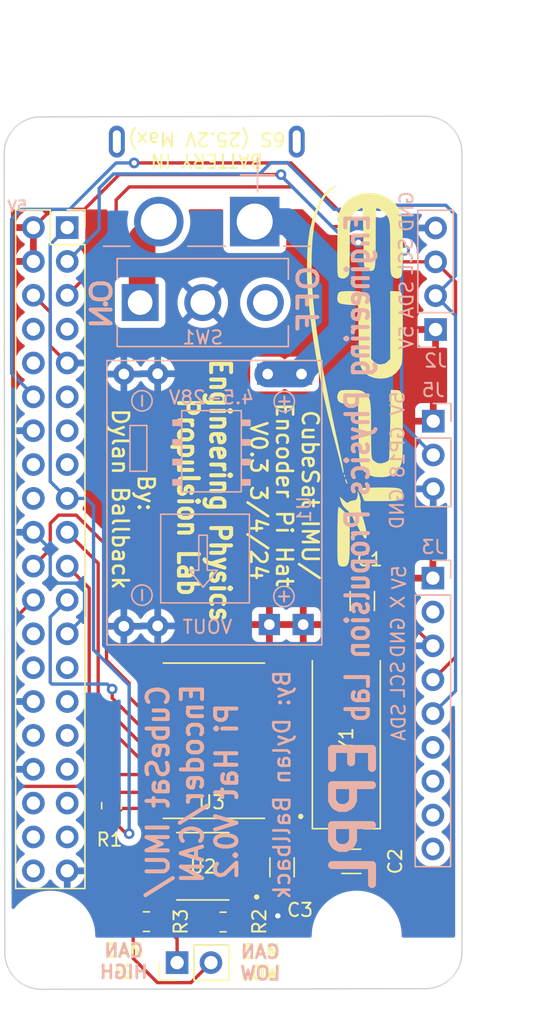
<source format=kicad_pcb>
(kicad_pcb (version 20211014) (generator pcbnew)
  (layers (0 "F.Cu" signal) (31 "B.Cu" signal) (34 "B.Paste" user) (35 "F.Paste" user) (36 "B.SilkS" user "B.Silkscreen") (37 "F.SilkS" user "F.Silkscreen") (38 "B.Mask" user) (39 "F.Mask" user) (44 "Edge.Cuts" user))
  (net 0 "")
  (net 1 "/OSC1")
  (net 2 "/SDA")
  (net 3 "/SCL")
  (net 4 "GND")
  (net 9 "/led")
  (net 13 "/OSC2")
  (net 15 "+3V3")
  (net 16 "/P_MOSI")
  (net 17 "/P_MISO")
  (net 18 "/GP25")
  (net 19 "/P_SCK")
  (net 32 "+BATT")
  (net 33 "+5V")
  (net 39 "Net-(J4-Pad2)")
  (net 41 "/P_CE0")
  (net 42 "Net-(R1-Pad2)")
  (net 43 "Net-(R2-Pad2)")
  (net 44 "Net-(J7-Pad2)")
  (net 45 "Net-(J7-Pad1)")
  (net 46 "/RX_CAN")
  (net 47 "/TX_CAN")
  (footprint "Resistor_SMD:R_0805_2012Metric_Pad1.20x1.40mm_HandSolder" (layer "F.Cu") (at 96.025 122.425)
    (fp_text reference "R3" (at 2.575 0 90) (layer "F.SilkS"))
    (fp_text value "120R")
    (pad "1" smd roundrect (at -1 0) (size 1.2 1.4) (layers "F.Cu" "F.Paste" "F.Mask") (roundrect_rratio 0.2083333333) (net 44 "Net-(J7-Pad2)"))
    (pad "2" smd roundrect (at 1 0) (size 1.2 1.4) (layers "F.Cu" "F.Paste" "F.Mask") (roundrect_rratio 0.2083333333) (net 45 "Net-(J7-Pad1)"))
  )
  (footprint "dylan:eppl_logo2" (layer "F.Cu") (at 111.7 81.725 -90)
    (fp_text reference "G***" hide)
    (fp_text value "LOGO" hide)
  )
  (footprint "dylan:SOIC127P599X175-8N" (layer "F.Cu") (at 100.255 118.27 180)
    (fp_text reference "U2" (at -0.02 -0.03) (layer "F.SilkS"))
    (fp_text value "SN65HVD230DR")
    (pad "1" smd roundrect locked (at -2.47 -1.905 180) (size 1.97 0.6) (layers "F.Cu" "F.Paste" "F.Mask") (roundrect_rratio 0.07) (net 46 "/RX_CAN"))
    (pad "2" smd roundrect locked (at -2.47 -0.635 180) (size 1.97 0.6) (layers "F.Cu" "F.Paste" "F.Mask") (roundrect_rratio 0.07) (net 4 "GND"))
    (pad "3" smd roundrect locked (at -2.47 0.635 180) (size 1.97 0.6) (layers "F.Cu" "F.Paste" "F.Mask") (roundrect_rratio 0.07) (net 15 "+3V3"))
    (pad "4" smd roundrect locked (at -2.47 1.905 180) (size 1.97 0.6) (layers "F.Cu" "F.Paste" "F.Mask") (roundrect_rratio 0.07) (net 47 "/TX_CAN"))
    (pad "5" smd roundrect locked (at 2.47 1.905 180) (size 1.97 0.6) (layers "F.Cu" "F.Paste" "F.Mask") (roundrect_rratio 0.07))
    (pad "6" smd roundrect locked (at 2.47 0.635 180) (size 1.97 0.6) (layers "F.Cu" "F.Paste" "F.Mask") (roundrect_rratio 0.07) (net 44 "Net-(J7-Pad2)"))
    (pad "7" smd roundrect locked (at 2.47 -0.635 180) (size 1.97 0.6) (layers "F.Cu" "F.Paste" "F.Mask") (roundrect_rratio 0.07) (net 45 "Net-(J7-Pad1)"))
    (pad "8" smd roundrect locked (at 2.47 -1.905 180) (size 1.97 0.6) (layers "F.Cu" "F.Paste" "F.Mask") (roundrect_rratio 0.07) (net 43 "Net-(R2-Pad2)"))
  )
  (footprint "dylan:Crystal_SMD_HC49-US" (layer "F.Cu") (at 111.025 108.75 90)
    (fp_text reference "Y1" (at 0 0 90) (layer "F.SilkS"))
    (fp_text value "Crystal")
    (pad "1" smd rect locked (at -4.5 0 90) (size 5.6 2.1) (layers "F.Cu" "F.Paste" "F.Mask") (net 13 "/OSC2"))
    (pad "2" smd rect locked (at 4.5 0 90) (size 5.6 2.1) (layers "F.Cu" "F.Paste" "F.Mask") (net 1 "/OSC1"))
  )
  (footprint "Resistor_SMD:R_0805_2012Metric_Pad1.20x1.40mm_HandSolder" (layer "F.Cu") (at 101.775 122.45 180)
    (fp_text reference "R2" (at -2.725 0.025 90) (layer "F.SilkS"))
    (fp_text value "1K")
    (pad "1" smd roundrect (at -1 0 180) (size 1.2 1.4) (layers "F.Cu" "F.Paste" "F.Mask") (roundrect_rratio 0.2083333333) (net 4 "GND"))
    (pad "2" smd roundrect (at 1 0 180) (size 1.2 1.4) (layers "F.Cu" "F.Paste" "F.Mask") (roundrect_rratio 0.2083333333) (net 43 "Net-(R2-Pad2)"))
  )
  (footprint "Capacitor_SMD:C_1206_3216Metric_Pad1.33x1.80mm_HandSolder" (layer "F.Cu") (at 112.225 98.375 -90)
    (fp_text reference "C1" (at -3.125 -0.55) (layer "F.SilkS"))
    (fp_text value "22pF")
    (pad "1" smd roundrect (at -1.5625 0 270) (size 1.325 1.8) (layers "F.Cu" "F.Paste" "F.Mask") (roundrect_rratio 0.1886792453) (net 4 "GND"))
    (pad "2" smd roundrect (at 1.5625 0 270) (size 1.325 1.8) (layers "F.Cu" "F.Paste" "F.Mask") (roundrect_rratio 0.1886792453) (net 1 "/OSC1"))
  )
  (footprint "Connector_PinHeader_2.54mm:PinHeader_1x02_P2.54mm_Vertical" (layer "F.Cu") (at 98.325 125.5 90)
    (fp_text reference "J7" hide)
    (fp_text value "CAN Header")
    (pad "1" thru_hole rect (at 0 0 90) (size 1.7 1.7) (drill 1) (layers *.Cu *.Mask) (net 45 "Net-(J7-Pad1)"))
    (pad "2" thru_hole oval (at 0 2.54 90) (size 1.7 1.7) (drill 1) (layers *.Cu *.Mask) (net 44 "Net-(J7-Pad2)"))
  )
  (footprint "Module:Raspberry_Pi_Zero_Socketed_THT_FaceDown_MountingHoles" (layer "F.Cu") (at 90.075 70.35)
    (fp_text reference "J1" hide)
    (fp_text value "Raspberry_Pi_2_3")
    (pad "" np_thru_hole circle locked (at 21.73 53.13 90) (size 2.75 2.75) (drill 2.75) (layers F&B.Cu *.Mask) (clearance 2))
    (pad "" np_thru_hole circle locked (at -1.27 53.13 90) (size 2.75 2.75) (drill 2.75) (layers F&B.Cu *.Mask) (clearance 2))
    (pad "" np_thru_hole circle locked (at 21.73 -4.87 90) (size 2.75 2.75) (drill 2.75) (layers F&B.Cu *.Mask) (clearance 2))
    (pad "" np_thru_hole circle locked (at -1.27 -4.87 90) (size 2.75 2.75) (drill 2.75) (layers F&B.Cu *.Mask) (clearance 2))
    (pad "1" thru_hole rect locked (at 0 0) (size 1.7 1.7) (drill 1) (layers *.Cu *.Mask) (net 15 "+3V3"))
    (pad "2" thru_hole oval locked (at -2.54 0) (size 1.7 1.7) (drill 1) (layers *.Cu *.Mask) (net 33 "+5V"))
    (pad "3" thru_hole oval locked (at 0 2.54) (size 1.7 1.7) (drill 1) (layers *.Cu *.Mask) (net 2 "/SDA"))
    (pad "4" thru_hole oval locked (at -2.54 2.54) (size 1.7 1.7) (drill 1) (layers *.Cu *.Mask) (net 33 "+5V"))
    (pad "5" thru_hole oval locked (at 0 5.08) (size 1.7 1.7) (drill 1) (layers *.Cu *.Mask) (net 3 "/SCL"))
    (pad "6" thru_hole oval locked (at -2.54 5.08) (size 1.7 1.7) (drill 1) (layers *.Cu *.Mask) (net 4 "GND"))
    (pad "7" thru_hole oval locked (at 0 7.62) (size 1.7 1.7) (drill 1) (layers *.Cu *.Mask))
    (pad "8" thru_hole oval locked (at -2.54 7.62) (size 1.7 1.7) (drill 1) (layers *.Cu *.Mask))
    (pad "9" thru_hole oval locked (at 0 10.16) (size 1.7 1.7) (drill 1) (layers *.Cu *.Mask) (net 4 "GND"))
    (pad "10" thru_hole oval locked (at -2.54 10.16) (size 1.7 1.7) (drill 1) (layers *.Cu *.Mask))
    (pad "11" thru_hole oval locked (at 0 12.7) (size 1.7 1.7) (drill 1) (layers *.Cu *.Mask))
    (pad "12" thru_hole oval locked (at -2.54 12.7) (size 1.7 1.7) (drill 1) (layers *.Cu *.Mask) (net 9 "/led"))
    (pad "13" thru_hole oval locked (at 0 15.24) (size 1.7 1.7) (drill 1) (layers *.Cu *.Mask))
    (pad "14" thru_hole oval locked (at -2.54 15.24) (size 1.7 1.7) (drill 1) (layers *.Cu *.Mask) (net 4 "GND"))
    (pad "15" thru_hole oval locked (at 0 17.78) (size 1.7 1.7) (drill 1) (layers *.Cu *.Mask))
    (pad "16" thru_hole oval locked (at -2.54 17.78) (size 1.7 1.7) (drill 1) (layers *.Cu *.Mask))
    (pad "17" thru_hole oval locked (at 0 20.32) (size 1.7 1.7) (drill 1) (layers *.Cu *.Mask) (net 15 "+3V3"))
    (pad "18" thru_hole oval locked (at -2.54 20.32) (size 1.7 1.7) (drill 1) (layers *.Cu *.Mask))
    (pad "19" thru_hole oval locked (at 0 22.86) (size 1.7 1.7) (drill 1) (layers *.Cu *.Mask) (net 16 "/P_MOSI"))
    (pad "20" thru_hole oval locked (at -2.54 22.86) (size 1.7 1.7) (drill 1) (layers *.Cu *.Mask) (net 4 "GND"))
    (pad "21" thru_hole oval locked (at 0 25.4) (size 1.7 1.7) (drill 1) (layers *.Cu *.Mask) (net 17 "/P_MISO"))
    (pad "22" thru_hole oval locked (at -2.54 25.4) (size 1.7 1.7) (drill 1) (layers *.Cu *.Mask) (net 18 "/GP25"))
    (pad "23" thru_hole oval locked (at 0 27.94) (size 1.7 1.7) (drill 1) (layers *.Cu *.Mask) (net 19 "/P_SCK"))
    (pad "24" thru_hole oval locked (at -2.54 27.94) (size 1.7 1.7) (drill 1) (layers *.Cu *.Mask) (net 41 "/P_CE0"))
    (pad "25" thru_hole oval locked (at 0 30.48) (size 1.7 1.7) (drill 1) (layers *.Cu *.Mask) (net 4 "GND"))
    (pad "26" thru_hole oval locked (at -2.54 30.48) (size 1.7 1.7) (drill 1) (layers *.Cu *.Mask))
    (pad "27" thru_hole oval locked (at 0 33.02) (size 1.7 1.7) (drill 1) (layers *.Cu *.Mask))
    (pad "28" thru_hole oval locked (at -2.54 33.02) (size 1.7 1.7) (drill 1) (layers *.Cu *.Mask))
    (pad "29" thru_hole oval locked (at 0 35.56) (size 1.7 1.7) (drill 1) (layers *.Cu *.Mask))
    (pad "30" thru_hole oval locked (at -2.54 35.56) (size 1.7 1.7) (drill 1) (layers *.Cu *.Mask) (net 4 "GND"))
    (pad "31" thru_hole oval locked (at 0 38.1) (size 1.7 1.7) (drill 1) (layers *.Cu *.Mask))
    (pad "32" thru_hole oval locked (at -2.54 38.1) (size 1.7 1.7) (drill 1) (layers *.Cu *.Mask))
    (pad "33" thru_hole oval locked (at 0 40.64) (size 1.7 1.7) (drill 1) (layers *.Cu *.Mask))
    (pad "34" thru_hole oval locked (at -2.54 40.64) (size 1.7 1.7) (drill 1) (layers *.Cu *.Mask) (net 4 "GND"))
    (pad "35" thru_hole oval locked (at 0 43.18) (size 1.7 1.7) (drill 1) (layers *.Cu *.Mask))
    (pad "36" thru_hole oval locked (at -2.54 43.18) (size 1.7 1.7) (drill 1) (layers *.Cu *.Mask))
    (pad "37" thru_hole oval locked (at 0 45.72) (size 1.7 1.7) (drill 1) (layers *.Cu *.Mask))
    (pad "38" thru_hole oval locked (at -2.54 45.72) (size 1.7 1.7) (drill 1) (layers *.Cu *.Mask))
    (pad "39" thru_hole oval locked (at 0 48.26) (size 1.7 1.7) (drill 1) (layers *.Cu *.Mask) (net 4 "GND"))
    (pad "40" thru_hole oval locked (at -2.54 48.26) (size 1.7 1.7) (drill 1) (layers *.Cu *.Mask))
  )
  (footprint "dylan:SOIC127P1030X265-18N" (layer "F.Cu") (at 101.085 108.85 180)
    (fp_text reference "U3" (at 0.16 -4.625) (layer "F.SilkS"))
    (fp_text value "MCP2515-I_SO")
    (pad "1" smd roundrect locked (at -4.61 -5.08 180) (size 1.91 0.6) (layers "F.Cu" "F.Paste" "F.Mask") (roundrect_rratio 0.07) (net 47 "/TX_CAN"))
    (pad "2" smd roundrect locked (at -4.61 -3.81 180) (size 1.91 0.6) (layers "F.Cu" "F.Paste" "F.Mask") (roundrect_rratio 0.07) (net 46 "/RX_CAN"))
    (pad "3" smd roundrect locked (at -4.61 -2.54 180) (size 1.91 0.6) (layers "F.Cu" "F.Paste" "F.Mask") (roundrect_rratio 0.07))
    (pad "4" smd roundrect locked (at -4.61 -1.27 180) (size 1.91 0.6) (layers "F.Cu" "F.Paste" "F.Mask") (roundrect_rratio 0.07))
    (pad "5" smd roundrect locked (at -4.61 0 180) (size 1.91 0.6) (layers "F.Cu" "F.Paste" "F.Mask") (roundrect_rratio 0.07))
    (pad "6" smd roundrect locked (at -4.61 1.27 180) (size 1.91 0.6) (layers "F.Cu" "F.Paste" "F.Mask") (roundrect_rratio 0.07))
    (pad "7" smd roundrect locked (at -4.61 2.54 180) (size 1.91 0.6) (layers "F.Cu" "F.Paste" "F.Mask") (roundrect_rratio 0.07) (net 13 "/OSC2"))
    (pad "8" smd roundrect locked (at -4.61 3.81 180) (size 1.91 0.6) (layers "F.Cu" "F.Paste" "F.Mask") (roundrect_rratio 0.07) (net 1 "/OSC1"))
    (pad "9" smd roundrect locked (at -4.61 5.08 180) (size 1.91 0.6) (layers "F.Cu" "F.Paste" "F.Mask") (roundrect_rratio 0.07) (net 4 "GND"))
    (pad "10" smd roundrect locked (at 4.61 5.08 180) (size 1.91 0.6) (layers "F.Cu" "F.Paste" "F.Mask") (roundrect_rratio 0.07))
    (pad "11" smd roundrect locked (at 4.61 3.81 180) (size 1.91 0.6) (layers "F.Cu" "F.Paste" "F.Mask") (roundrect_rratio 0.07))
    (pad "12" smd roundrect locked (at 4.61 2.54 180) (size 1.91 0.6) (layers "F.Cu" "F.Paste" "F.Mask") (roundrect_rratio 0.07) (net 18 "/GP25"))
    (pad "13" smd roundrect locked (at 4.61 1.27 180) (size 1.91 0.6) (layers "F.Cu" "F.Paste" "F.Mask") (roundrect_rratio 0.07) (net 19 "/P_SCK"))
    (pad "14" smd roundrect locked (at 4.61 0 180) (size 1.91 0.6) (layers "F.Cu" "F.Paste" "F.Mask") (roundrect_rratio 0.07) (net 16 "/P_MOSI"))
    (pad "15" smd roundrect locked (at 4.61 -1.27 180) (size 1.91 0.6) (layers "F.Cu" "F.Paste" "F.Mask") (roundrect_rratio 0.07) (net 17 "/P_MISO"))
    (pad "16" smd roundrect locked (at 4.61 -2.54 180) (size 1.91 0.6) (layers "F.Cu" "F.Paste" "F.Mask") (roundrect_rratio 0.07) (net 41 "/P_CE0"))
    (pad "17" smd roundrect locked (at 4.61 -3.81 180) (size 1.91 0.6) (layers "F.Cu" "F.Paste" "F.Mask") (roundrect_rratio 0.07) (net 42 "Net-(R1-Pad2)"))
    (pad "18" smd roundrect locked (at 4.61 -5.08 180) (size 1.91 0.6) (layers "F.Cu" "F.Paste" "F.Mask") (roundrect_rratio 0.07) (net 15 "+3V3"))
  )
  (footprint "Capacitor_SMD:C_1206_3216Metric_Pad1.33x1.80mm_HandSolder" (layer "F.Cu") (at 106.2 118.35 90)
    (fp_text reference "C3" (at -3.2 1.35) (layer "F.SilkS"))
    (fp_text value "22pF")
    (pad "1" smd roundrect (at -1.5625 0 90) (size 1.325 1.8) (layers "F.Cu" "F.Paste" "F.Mask") (roundrect_rratio 0.1886792453) (net 4 "GND"))
    (pad "2" smd roundrect (at 1.5625 0 90) (size 1.325 1.8) (layers "F.Cu" "F.Paste" "F.Mask") (roundrect_rratio 0.1886792453) (net 15 "+3V3"))
  )
  (footprint "Capacitor_SMD:C_1206_3216Metric_Pad1.33x1.80mm_HandSolder" (layer "F.Cu") (at 111.4 117.9)
    (fp_text reference "C2" (at 3.3 0 270) (layer "F.SilkS"))
    (fp_text value "22pF")
    (pad "1" smd roundrect (at -1.5625 0) (size 1.325 1.8) (layers "F.Cu" "F.Paste" "F.Mask") (roundrect_rratio 0.1886792453) (net 4 "GND"))
    (pad "2" smd roundrect (at 1.5625 0) (size 1.325 1.8) (layers "F.Cu" "F.Paste" "F.Mask") (roundrect_rratio 0.1886792453) (net 13 "/OSC2"))
  )
  (footprint "Resistor_SMD:R_0805_2012Metric_Pad1.20x1.40mm_HandSolder" (layer "F.Cu") (at 93.4 113.725 90)
    (fp_text reference "R1" (at -2.55 -0.15) (layer "F.SilkS"))
    (fp_text value "10K")
    (pad "1" smd roundrect (at -1 0 90) (size 1.2 1.4) (layers "F.Cu" "F.Paste" "F.Mask") (roundrect_rratio 0.2083333333) (net 15 "+3V3"))
    (pad "2" smd roundrect (at 1 0 90) (size 1.2 1.4) (layers "F.Cu" "F.Paste" "F.Mask") (roundrect_rratio 0.2083333333) (net 42 "Net-(R1-Pad2)"))
  )
  (footprint "dylan:SRT_MPT1584EN_Module" (layer "B.Cu") (at 100.55 91.5 -90)
    (fp_text reference "U1" (at 0 -7.3152 90) (layer "B.SilkS") (effects (justify mirror)))
    (fp_text value "MP1584EN")
    (fp_text user "VOUT" (at 8.8138 -0.0508) (layer "B.SilkS") (effects (justify mirror)))
    (fp_text user "-" (at -8.1534 4.9276 90) (layer "B.SilkS") (effects (justify mirror)))
    (fp_text user "-" (at 6.4262 4.9276 90) (layer "B.SilkS") (effects (justify mirror)))
    (fp_text user "4.5-28V" (at -8.4 -0.35) (layer "B.SilkS") (effects (justify mirror)))
    (fp_text user "+" (at -8.1026 -5.7531 90) (layer "B.SilkS") (effects (justify mirror)))
    (fp_text user "+" (at 6.5278 -5.7277 90) (layer "B.SilkS") (effects (justify mirror)))
    (pad "1" thru_hole rect (at -10.16 -7.112 180) (size 1.6 1.6) (drill 0.8) (layers *.Cu *.Mask) (net 32 "+BATT"))
    (pad "1" thru_hole rect (at -10.16 -4.572 180) (size 1.6 1.6) (drill 0.8) (layers *.Cu *.Mask) (net 32 "+BATT"))
    (pad "2" thru_hole oval (at -10.1854 3.683 180) (size 1.6 1.6) (drill 0.8) (layers *.Cu *.Mask) (net 4 "GND"))
    (pad "2" thru_hole oval (at -10.16 6.223 180) (size 1.6 1.6) (drill 0.8) (layers *.Cu *.Mask) (net 4 "GND"))
    (pad "3" thru_hole rect (at 8.636 -7.239 180) (size 1.6 1.6) (drill 0.8) (layers *.Cu *.Mask) (net 33 "+5V"))
    (pad "3" thru_hole rect (at 8.636 -4.699 180) (size 1.6 1.6) (drill 0.8) (layers *.Cu *.Mask) (net 33 "+5V"))
    (pad "4" thru_hole oval (at 8.763 6.223 180) (size 1.6 1.6) (drill 0.8) (layers *.Cu *.Mask) (net 4 "GND"))
    (pad "4" thru_hole oval (at 8.7376 3.683 180) (size 1.6 1.6) (drill 0.8) (layers *.Cu *.Mask) (net 4 "GND"))
  )
  (footprint "dylan:AMASS_XT60PW-M" (layer "B.Cu") (at 100.55 63.9 180)
    (fp_text reference "J4" hide)
    (fp_text value "XT60PW-M" hide)
    (pad "1" thru_hole rect (at -3.6 -6 180) (size 3.716 3.716) (drill 2.7) (layers *.Cu *.Mask) (net 32 "+BATT"))
    (pad "2" thru_hole circle (at 3.6 -6 180) (size 3.716 3.716) (drill 2.7) (layers *.Cu *.Mask) (net 39 "Net-(J4-Pad2)"))
    (pad "S1" thru_hole oval (at -6.75 0 180) (size 1.2 2.4) (drill oval 0.6 1.7) (layers *.Cu *.Mask))
    (pad "S2" thru_hole oval (at 6.75 0 180) (size 1.2 2.4) (drill oval 0.6 1.7) (layers *.Cu *.Mask))
  )
  (footprint "dylan:SW_500SSP1S2M2QEA" (layer "B.Cu") (at 100.25 75.975)
    (fp_text reference "SW1" (at 0 2.625 180) (layer "B.SilkS") (effects (justify mirror)))
    (fp_text value "SW_DPDT_x2")
    (pad "1" thru_hole rect locked (at -4.7 0) (size 2.775 2.775) (drill 1.85) (layers *.Cu *.Mask) (net 39 "Net-(J4-Pad2)"))
    (pad "2" thru_hole circle locked (at 0 0) (size 2.775 2.775) (drill 1.85) (layers *.Cu *.Mask) (net 4 "GND"))
    (pad "3" thru_hole circle locked (at 4.7 0) (size 2.775 2.775) (drill 1.85) (layers *.Cu *.Mask))
  )
  (footprint "Connector_PinHeader_2.54mm:PinHeader_1x03_P2.54mm_Vertical" (layer "B.Cu") (at 117.55 84.875 180)
    (fp_text reference "J5" (at 0 2.33) (layer "B.SilkS") (effects (justify mirror)))
    (fp_text value "Conn_01x03_Female")
    (pad "1" thru_hole rect (at 0 0 180) (size 1.7 1.7) (drill 1) (layers *.Cu *.Mask) (net 33 "+5V"))
    (pad "2" thru_hole oval (at 0 -2.54 180) (size 1.7 1.7) (drill 1) (layers *.Cu *.Mask) (net 9 "/led"))
    (pad "3" thru_hole oval (at 0 -5.08 180) (size 1.7 1.7) (drill 1) (layers *.Cu *.Mask) (net 4 "GND"))
  )
  (footprint "Connector_PinHeader_2.54mm:PinHeader_1x04_P2.54mm_Vertical" (layer "B.Cu") (at 117.725 78)
    (fp_text reference "J2" (at 0 2.33) (layer "B.SilkS") (effects (justify mirror)))
    (fp_text value "Encoder Connector")
    (pad "1" thru_hole rect (at 0 0) (size 1.7 1.7) (drill 1) (layers *.Cu *.Mask) (net 33 "+5V"))
    (pad "2" thru_hole oval (at 0 -2.54) (size 1.7 1.7) (drill 1) (layers *.Cu *.Mask) (net 2 "/SDA"))
    (pad "3" thru_hole oval (at 0 -5.08) (size 1.7 1.7) (drill 1) (layers *.Cu *.Mask) (net 3 "/SCL"))
    (pad "4" thru_hole oval (at 0 -7.62) (size 1.7 1.7) (drill 1) (layers *.Cu *.Mask) (net 4 "GND"))
  )
  (footprint "Connector_PinHeader_2.54mm:PinHeader_1x09_P2.54mm_Vertical" (layer "B.Cu") (at 117.525 96.65 180)
    (fp_text reference "J3" (at 0 2.33) (layer "B.SilkS") (effects (justify mirror)))
    (fp_text value "LSM9DS1")
    (pad "1" thru_hole rect (at 0 0 180) (size 1.7 1.7) (drill 1) (layers *.Cu *.Mask) (net 33 "+5V"))
    (pad "2" thru_hole oval (at 0 -2.54 180) (size 1.7 1.7) (drill 1) (layers *.Cu *.Mask))
    (pad "3" thru_hole oval (at 0 -5.08 180) (size 1.7 1.7) (drill 1) (layers *.Cu *.Mask) (net 4 "GND"))
    (pad "4" thru_hole oval (at 0 -7.62 180) (size 1.7 1.7) (drill 1) (layers *.Cu *.Mask) (net 3 "/SCL"))
    (pad "5" thru_hole oval (at 0 -10.16 180) (size 1.7 1.7) (drill 1) (layers *.Cu *.Mask) (net 2 "/SDA"))
    (pad "6" thru_hole oval (at 0 -12.7 180) (size 1.7 1.7) (drill 1) (layers *.Cu *.Mask))
    (pad "7" thru_hole oval (at 0 -15.24 180) (size 1.7 1.7) (drill 1) (layers *.Cu *.Mask))
    (pad "8" thru_hole oval (at 0 -17.78 180) (size 1.7 1.7) (drill 1) (layers *.Cu *.Mask))
    (pad "9" thru_hole oval (at 0 -20.32 180) (size 1.7 1.7) (drill 1) (layers *.Cu *.Mask))
  )
  (gr_line (start 119.705456 64.744544) (end 119.705456 124.705456) (layer "Edge.Cuts") (width 0.1))
  (gr_arc (start 116.955456 61.994544) (mid 118.9 62.8) (end 119.705456 64.744544) (layer "Edge.Cuts") (width 0.1))
  (gr_line (start 88.144544 127.5) (end 116.955456 127.455456) (layer "Edge.Cuts") (width 0.1))
  (gr_arc (start 85.344544 64.794544) (mid 86.15 62.85) (end 88.094544 62.044544) (layer "Edge.Cuts") (width 0.1))
  (gr_line (start 88.094544 62.044544) (end 116.955456 61.994544) (layer "Edge.Cuts") (width 0.1))
  (gr_line (start 85.394544 124.75) (end 85.344544 64.794544) (layer "Edge.Cuts") (width 0.1))
  (gr_arc (start 119.705456 124.705456) (mid 118.9 126.65) (end 116.955456 127.455456) (layer "Edge.Cuts") (width 0.1))
  (gr_arc (start 88.144544 127.5) (mid 86.2 126.694544) (end 85.394544 124.75) (layer "Edge.Cuts") (width 0.1))
  (gr_text "SDA" (at 115.55 75.75 -270) (layer "B.SilkS") (effects (font (size 1 1)) (justify mirror)))
  (gr_text " CAN \nLOW" (at 104.575 125.5) (layer "B.SilkS") (effects (font (size 1 1) (thickness 0.2)) (justify mirror)))
  (gr_text "5V" (at 86.325 68.75) (layer "B.SilkS") (effects (font (size 0.8 0.8)) (justify mirror)))
  (gr_text "OFF" (at 108.175 75.7 90) (layer "B.SilkS") (effects (font (size 1.5 1.8) (thickness 0.3)) (justify mirror)))
  (gr_text "5V" (at 115.55 78.6 -270) (layer "B.SilkS") (effects (font (size 1 1)) (justify mirror)))
  (gr_text "ON" (at 92.65 76.075 90) (layer "B.SilkS") (effects (font (size 1.5 1.8) (thickness 0.3)) (justify mirror)))
  (gr_text "GND" (at 114.9 101.1 -270) (layer "B.SilkS") (effects (font (size 1 1)) (justify mirror)))
  (gr_text "By: Dylan Ballback" (at 106.2 112.15 90) (layer "B.SilkS") (effects (font (size 1.2 1.2) (thickness 0.2)) (justify mirror)))
  (gr_text "X" (at 114.9 98.45 -270) (layer "B.SilkS") (effects (font (size 1 1)) (justify mirror)))
  (gr_text "GND" (at 114.825 91.45 -270) (layer "B.SilkS") (effects (font (size 1 1)) (justify mirror)))
  (gr_text "GND" (at 115.55 69.15 -270) (layer "B.SilkS") (effects (font (size 1 1)) (justify mirror)))
  (gr_text "CubeSat IMU/\nEncoder/CAN \nPi Hat V0.2" (at 99.475 112.65 -270) (layer "B.SilkS") (effects (font (size 1.6 1.5) (thickness 0.3)) (justify mirror)))
  (gr_text "GP18" (at 114.875 87.2 -270) (layer "B.SilkS") (effects (font (size 1 1)) (justify mirror)))
  (gr_text " CAN \nHIGH" (at 94.325 125.4) (layer "B.SilkS") (effects (font (size 1 1) (thickness 0.2)) (justify mirror)))
  (gr_text "SCL" (at 114.9 104.25 -270) (layer "B.SilkS") (effects (font (size 1 1)) (justify mirror)))
  (gr_text "SDA" (at 114.95 107.45 -270) (layer "B.SilkS") (effects (font (size 1 1)) (justify mirror)))
  (gr_text "5V" (at 114.875 83.55 -270) (layer "B.SilkS") (effects (font (size 1 1)) (justify mirror)))
  (gr_text "Engineering Physics Propulsion Lab" (at 111.875 88.375 90) (layer "B.SilkS") (effects (font (size 1.7 1.4) (thickness 0.3)) (justify mirror)))
  (gr_text "5V" (at 115 96.6 -270) (layer "B.SilkS") (effects (font (size 1 1)) (justify mirror)))
  (gr_text "SCL" (at 115.5 72.5 -270) (layer "B.SilkS") (effects (font (size 1 1)) (justify mirror)))
  (gr_text "EPPL" (at 111.6 114.325 -270) (layer "B.SilkS") (effects (font (size 3 3) (thickness 0.6)) (justify mirror)))
  (gr_text "CubeSat IMU/\nEncoder Pi Hat\n V0.3 3/4/24" (at 106.375 90.4 -90) (layer "F.SilkS") (effects (font (size 1.2 1.2) (thickness 0.2))))
  (gr_text " CAN \nLOW" (at 104.575 125.475) (layer "F.SilkS") (effects (font (size 1 1) (thickness 0.2))))
  (gr_text "Engineering Physics \nPropulsion Lab" (at 100.35 90.575 -90) (layer "F.SilkS") (effects (font (size 1.5 1.3) (thickness 0.3))))
  (gr_text " CAN \nHIGH" (at 94.325 125.4) (layer "F.SilkS") (effects (font (size 1 1) (thickness 0.2))))
  (gr_text "BATTERY IN\n6S (25.2V Max)" (at 100.55 64.525 180) (layer "F.SilkS") (effects (font (size 1 1))))
  (gr_text "By: \nDylan Ballback" (at 95.025 90.725 -90) (layer "F.SilkS") (effects (font (size 1.2 1.2) (thickness 0.2))))
  (segment (start 105.695 105.04) (end 110.235 105.04) (width 0.25) (layer "F.Cu") (net 1))
  (segment (start 112.225 99.9375) (end 111.025 101.1375) (width 0.25) (layer "F.Cu") (net 1))
  (segment (start 111.025 101.1375) (end 111.025 104.25) (width 0.25) (layer "F.Cu") (net 1))
  (segment (start 110.235 105.04) (end 111.025 104.25) (width 0.25) (layer "F.Cu") (net 1))
  (segment (start 110.104521 68.979521) (end 113.545479 68.979521) (width 0.25) (layer "B.Cu") (net 2))
  (segment (start 119.225 73.96) (end 117.725 75.46) (width 0.25) (layer "B.Cu") (net 2))
  (segment (start 113.85 68.675) (end 118.5 68.675) (width 0.25) (layer "B.Cu") (net 2))
  (segment (start 118.5 68.675) (end 119.225 69.4) (width 0.25) (layer "B.Cu") (net 2))
  (segment (start 93.55 66.325) (end 104.525 66.325) (width 0.25) (layer "B.Cu") (net 2))
  (segment (start 92.475 70.49) (end 92.475 67.4) (width 0.25) (layer "B.Cu") (net 2))
  (segment (start 105.375 65.475) (end 106.6 65.475) (width 0.25) (layer "B.Cu") (net 2))
  (segment (start 92.475 67.4) (end 93.55 66.325) (width 0.25) (layer "B.Cu") (net 2))
  (segment (start 90.075 72.89) (end 92.475 70.49) (width 0.25) (layer "B.Cu") (net 2))
  (segment (start 104.525 66.325) (end 105.375 65.475) (width 0.25) (layer "B.Cu") (net 2))
  (segment (start 113.545479 68.979521) (end 113.85 68.675) (width 0.25) (layer "B.Cu") (net 2))
  (segment (start 119.225 69.4) (end 119.225 73.96) (width 0.25) (layer "B.Cu") (net 2))
  (segment (start 119.225 105.11) (end 119.225 76.96) (width 0.25) (layer "B.Cu") (net 2))
  (segment (start 117.525 106.81) (end 119.225 105.11) (width 0.25) (layer "B.Cu") (net 2))
  (segment (start 106.6 65.475) (end 110.104521 68.979521) (width 0.25) (layer "B.Cu") (net 2))
  (segment (start 119.225 76.96) (end 117.725 75.46) (width 0.25) (layer "B.Cu") (net 2))
  (segment (start 115.195 72.92) (end 117.725 72.92) (width 0.25) (layer "F.Cu") (net 3))
  (segment (start 93.75 68.275) (end 94.725 67.3) (width 0.25) (layer "F.Cu") (net 3))
  (segment (start 94.725 67.3) (end 106.975 67.3) (width 0.25) (layer "F.Cu") (net 3))
  (segment (start 90.075 75.43) (end 93.75 71.755) (width 0.25) (layer "F.Cu") (net 3))
  (segment (start 119.225 74.42) (end 117.725 72.92) (width 0.25) (layer "F.Cu") (net 3))
  (segment (start 112.55 70.275) (end 115.195 72.92) (width 0.25) (layer "F.Cu") (net 3))
  (segment (start 109.95 70.275) (end 112.55 70.275) (width 0.25) (layer "F.Cu") (net 3))
  (segment (start 93.75 71.755) (end 93.75 68.275) (width 0.25) (layer "F.Cu") (net 3))
  (segment (start 119.225 102.57) (end 119.225 74.42) (width 0.25) (layer "F.Cu") (net 3))
  (segment (start 106.975 67.3) (end 109.95 70.275) (width 0.25) (layer "F.Cu") (net 3))
  (segment (start 117.525 104.27) (end 119.225 102.57) (width 0.25) (layer "F.Cu") (net 3))
  (segment (start 106.2 121.675) (end 105.8875 121.9875) (width 0.25) (layer "F.Cu") (net 4))
  (segment (start 106.2 119.9125) (end 106.2 121.675) (width 0.25) (layer "F.Cu") (net 4))
  (segment (start 102.65 122.45) (end 102.775 122.45) (width 0.25) (layer "F.Cu") (net 4))
  (segment (start 106.83 103.77) (end 110.125 100.475) (width 0.25) (layer "F.Cu") (net 4))
  (segment (start 117.525 101.73) (end 112.6075 96.8125) (width 0.25) (layer "F.Cu") (net 4))
  (segment (start 105.425 122.45) (end 102.775 122.45) (width 0.25) (layer "F.Cu") (net 4))
  (segment (start 100.875 119.8) (end 100.875 120.675) (width 0.25) (layer "F.Cu") (net 4))
  (segment (start 107.825 119.9125) (end 106.2 119.9125) (width 0.25) (layer "F.Cu") (net 4))
  (segment (start 88.8 76.695) (end 88.8 79.235) (width 0.25) (layer "F.Cu") (net 4))
  (segment (start 109.8375 117.9) (end 107.825 119.9125) (width 0.25) (layer "F.Cu") (net 4))
  (segment (start 88.8 79.235) (end 90.075 80.51) (width 0.25) (layer "F.Cu") (net 4))
  (segment (start 110.125 98.9125) (end 112.225 96.8125) (width 0.25) (layer "F.Cu") (net 4))
  (segment (start 101.77 118.905) (end 100.875 119.8) (width 0.25) (layer "F.Cu") (net 4))
  (segment (start 100.875 120.675) (end 102.65 122.45) (width 0.25) (layer "F.Cu") (net 4))
  (segment (start 105.695 103.77) (end 106.83 103.77) (width 0.25) (layer "F.Cu") (net 4))
  (segment (start 102.725 118.905) (end 101.77 118.905) (width 0.25) (layer "F.Cu") (net 4))
  (segment (start 87.535 75.43) (end 88.8 76.695) (width 0.25) (layer "F.Cu") (net 4))
  (segment (start 110.125 100.475) (end 110.125 98.9125) (width 0.25) (layer "F.Cu") (net 4))
  (segment (start 112.6075 96.8125) (end 112.225 96.8125) (width 0.25) (layer "F.Cu") (net 4))
  (segment (start 105.8875 121.9875) (end 105.425 122.45) (width 0.25) (layer "F.Cu") (net 4))
  (via (at 105.8875 121.9875) (size 0.8) (drill 0.4) (layers "F.Cu" "B.Cu") (net 4))
  (segment (start 90.725 97.025) (end 89.35 97.025) (width 0.25) (layer "B.Cu") (net 4))
  (segment (start 88.8 94.475) (end 87.535 93.21) (width 0.25) (layer "B.Cu") (net 4))
  (segment (start 90.075 100.83) (end 91.375 99.53) (width 0.25) (layer "B.Cu") (net 4))
  (segment (start 91.375 99.53) (end 91.375 97.675) (width 0.25) (layer "B.Cu") (net 4))
  (segment (start 89.35 97.025) (end 88.8 96.475) (width 0.25) (layer "B.Cu") (net 4))
  (segment (start 91.375 97.675) (end 90.725 97.025) (width 0.25) (layer "B.Cu") (net 4))
  (segment (start 88.8 96.475) (end 88.8 94.475) (width 0.25) (layer "B.Cu") (net 4))
  (segment (start 115.4 71.725) (end 113.375 69.7) (width 0.25) (layer "F.Cu") (net 9))
  (segment (start 113.375 69.7) (end 111.075929 69.7) (width 0.25) (layer "F.Cu") (net 9))
  (segment (start 115.4 72.05) (end 115.4 71.725) (width 0.25) (layer "F.Cu") (net 9))
  (segment (start 106.875929 65.5) (end 95.1 65.5) (width 0.25) (layer "F.Cu") (net 9))
  (segment (start 111.075929 69.7) (end 106.875929 65.5) (width 0.25) (layer "F.Cu") (net 9))
  (via (at 95.1 65.5) (size 0.8) (drill 0.4) (layers "F.Cu" "B.Cu") (net 9))
  (via (at 115.4 72.05) (size 0.8) (drill 0.4) (layers "F.Cu" "B.Cu") (net 9))
  (segment (start 92.884071 66.35) (end 92.889283 66.35) (width 0.25) (layer "B.Cu") (net 9))
  (segment (start 85.9 81.29154) (end 85.9 69.725) (width 0.25) (layer "B.Cu") (net 9))
  (segment (start 86.645479 68.979521) (end 90.25455 68.979521) (width 0.25) (layer "B.Cu") (net 9))
  (segment (start 90.25455 68.979521) (end 92.884071 66.35) (width 0.25) (layer "B.Cu") (net 9))
  (segment (start 92.889283 66.35) (end 93.739283 65.5) (width 0.25) (layer "B.Cu") (net 9))
  (segment (start 115.175 85.04) (end 117.55 87.415) (width 0.25) (layer "B.Cu") (net 9))
  (segment (start 87.535 82.92654) (end 85.9 81.29154) (width 0.25) (layer "B.Cu") (net 9))
  (segment (start 115.4 72.05) (end 115.175 72.275) (width 0.25) (layer "B.Cu") (net 9))
  (segment (start 87.535 83.05) (end 87.535 82.92654) (width 0.25) (layer "B.Cu") (net 9))
  (segment (start 93.739283 65.5) (end 95.1 65.5) (width 0.25) (layer "B.Cu") (net 9))
  (segment (start 85.9 69.725) (end 86.645479 68.979521) (width 0.25) (layer "B.Cu") (net 9))
  (segment (start 115.175 72.275) (end 115.175 85.04) (width 0.25) (layer "B.Cu") (net 9))
  (segment (start 106.114337 106.31) (end 111.025 111.220663) (width 0.25) (layer "F.Cu") (net 13))
  (segment (start 112.9625 115.1875) (end 111.025 113.25) (width 0.25) (layer "F.Cu") (net 13))
  (segment (start 105.695 106.31) (end 106.114337 106.31) (width 0.25) (layer "F.Cu") (net 13))
  (segment (start 112.9625 117.9) (end 112.9625 115.1875) (width 0.25) (layer "F.Cu") (net 13))
  (segment (start 111.025 111.220663) (end 111.025 113.25) (width 0.25) (layer "F.Cu") (net 13))
  (segment (start 98.18 113.93) (end 101.885 117.635) (width 0.25) (layer "F.Cu") (net 15))
  (segment (start 94.5 115.825) (end 93.4 114.725) (width 0.25) (layer "F.Cu") (net 15))
  (segment (start 102.725 117.635) (end 105.3525 117.635) (width 0.25) (layer "F.Cu") (net 15))
  (segment (start 101.885 117.635) (end 102.725 117.635) (width 0.25) (layer "F.Cu") (net 15))
  (segment (start 94.725 115.825) (end 94.5 115.825) (width 0.25) (layer "F.Cu") (net 15))
  (segment (start 94.195 113.93) (end 93.4 114.725) (width 0.25) (layer "F.Cu") (net 15))
  (segment (start 96.475 113.93) (end 94.195 113.93) (width 0.25) (layer "F.Cu") (net 15))
  (segment (start 96.475 113.93) (end 98.18 113.93) (width 0.25) (layer "F.Cu") (net 15))
  (segment (start 105.3525 117.635) (end 106.2 116.7875) (width 0.25) (layer "F.Cu") (net 15))
  (via (at 94.725 115.825) (size 0.8) (drill 0.4) (layers "F.Cu" "B.Cu") (net 15))
  (segment (start 94.725 104.7) (end 94.725 115.825) (width 0.25) (layer "B.Cu") (net 15))
  (segment (start 91.495 90.67) (end 92.05 91.225) (width 0.25) (layer "B.Cu") (net 15))
  (segment (start 92.05 91.225) (end 92.05 102.025) (width 0.25) (layer "B.Cu") (net 15))
  (segment (start 88.8 89.395) (end 90.075 90.67) (width 0.25) (layer "B.Cu") (net 15))
  (segment (start 90.075 70.35) (end 88.8 71.625) (width 0.25) (layer "B.Cu") (net 15))
  (segment (start 90.075 90.67) (end 91.495 90.67) (width 0.25) (layer "B.Cu") (net 15))
  (segment (start 92.05 102.025) (end 94.725 104.7) (width 0.25) (layer "B.Cu") (net 15))
  (segment (start 88.8 71.625) (end 88.8 89.395) (width 0.25) (layer "B.Cu") (net 15))
  (segment (start 92.4 105.85) (end 95.4 108.85) (width 0.25) (layer "F.Cu") (net 16))
  (segment (start 90.075 93.21) (end 92.4 95.535) (width 0.25) (layer "F.Cu") (net 16))
  (segment (start 92.4 95.535) (end 92.4 105.85) (width 0.25) (layer "F.Cu") (net 16))
  (segment (start 95.4 108.85) (end 96.475 108.85) (width 0.25) (layer "F.Cu") (net 16))
  (segment (start 91.725 97.4) (end 90.075 95.75) (width 0.25) (layer "F.Cu") (net 17))
  (segment (start 95.445 110.12) (end 91.725 106.4) (width 0.25) (layer "F.Cu") (net 17))
  (segment (start 91.725 106.4) (end 91.725 97.4) (width 0.25) (layer "F.Cu") (net 17))
  (segment (start 96.475 110.12) (end 95.445 110.12) (width 0.25) (layer "F.Cu") (net 17))
  (segment (start 88.8 92.55) (end 88.8 94.485) (width 0.25) (layer "F.Cu") (net 18))
  (segment (start 90.75 91.925) (end 89.425 91.925) (width 0.25) (layer "F.Cu") (net 18))
  (segment (start 94.725 105.575) (end 94.725 104.525) (width 0.25) (layer "F.Cu") (net 18))
  (segment (start 93.025 94.2) (end 90.75 91.925) (width 0.25) (layer "F.Cu") (net 18))
  (segment (start 93.025 102.825) (end 93.025 94.2) (width 0.25) (layer "F.Cu") (net 18))
  (segment (start 96.475 106.31) (end 95.46 106.31) (width 0.25) (layer "F.Cu") (net 18))
  (segment (start 89.425 91.925) (end 88.8 92.55) (width 0.25) (layer "F.Cu") (net 18))
  (segment (start 94.725 104.525) (end 93.025 102.825) (width 0.25) (layer "F.Cu") (net 18))
  (segment (start 95.46 106.31) (end 94.725 105.575) (width 0.25) (layer "F.Cu") (net 18))
  (segment (start 88.8 94.485) (end 87.535 95.75) (width 0.25) (layer "F.Cu") (net 18))
  (segment (start 93.45 105.65) (end 93.45 104.974337) (width 0.25) (layer "F.Cu") (net 19))
  (segment (start 95.38 107.58) (end 93.45 105.65) (width 0.25) (layer "F.Cu") (net 19))
  (segment (start 96.475 107.58) (end 95.38 107.58) (width 0.25) (layer "F.Cu") (net 19))
  (via (at 93.45 104.974337) (size 0.8) (drill 0.4) (layers "F.Cu" "B.Cu") (net 19))
  (segment (start 88.925 104.6) (end 88.8 104.475) (width 0.25) (layer "B.Cu") (net 19))
  (segment (start 93.075663 104.6) (end 88.925 104.6) (width 0.25) (layer "B.Cu") (net 19))
  (segment (start 88.8 99.565) (end 90.075 98.29) (width 0.25) (layer "B.Cu") (net 19))
  (segment (start 93.45 104.974337) (end 93.075663 104.6) (width 0.25) (layer "B.Cu") (net 19))
  (segment (start 88.8 104.475) (end 88.8 99.565) (width 0.25) (layer "B.Cu") (net 19))
  (segment (start 110.7 78.0635) (end 110.7 74) (width 2) (layer "B.Cu") (net 32))
  (segment (start 110.7 74) (end 106.6 69.9) (width 2) (layer "B.Cu") (net 32))
  (segment (start 107.662 81.1015) (end 110.7 78.0635) (width 2) (layer "B.Cu") (net 32))
  (segment (start 105.122 81.34) (end 107.662 81.34) (width 2) (layer "B.Cu") (net 32))
  (segment (start 107.662 81.34) (end 107.662 81.1015) (width 2) (layer "B.Cu") (net 32))
  (segment (start 106.6 69.9) (end 104.15 69.9) (width 2) (layer "B.Cu") (net 32))
  (segment (start 91.370479 68.979521) (end 88.905479 68.979521) (width 0.25) (layer "F.Cu") (net 33))
  (segment (start 106.125 66.375) (end 93.975 66.375) (width 0.25) (layer "F.Cu") (net 33))
  (segment (start 93.975 66.375) (end 91.370479 68.979521) (width 0.25) (layer "F.Cu") (net 33))
  (segment (start 88.905479 68.979521) (end 87.535 70.35) (width 0.25) (layer "F.Cu") (net 33))
  (via (at 111.925 71.45) (size 0.8) (drill 0.4) (layers "F.Cu" "B.Cu") (net 33))
  (via (at 106.125 66.375) (size 0.8) (drill 0.4) (layers "F.Cu" "B.Cu") (net 33))
  (segment (start 111.125 71.45) (end 106.125 66.45) (width 0.25) (layer "B.Cu") (net 33))
  (segment (start 106.125 66.45) (end 106.125 66.375) (width 0.25) (layer "B.Cu") (net 33))
  (segment (start 111.925 71.45) (end 111.125 71.45) (width 0.25) (layer "B.Cu") (net 33))
  (segment (start 96.95 69.9) (end 95.7 71.15) (width 2) (layer "F.Cu") (net 39))
  (segment (start 95.7 71.15) (end 95.7 75.825) (width 2) (layer "F.Cu") (net 39))
  (segment (start 95.7 75.825) (end 95.55 75.975) (width 2) (layer "F.Cu") (net 39))
  (segment (start 86 111.65) (end 86.625 112.275) (width 0.25) (layer "F.Cu") (net 41))
  (segment (start 91.275 112.275) (end 92.16 111.39) (width 0.25) (layer "F.Cu") (net 41))
  (segment (start 86.625 112.275) (end 91.275 112.275) (width 0.25) (layer "F.Cu") (net 41))
  (segment (start 87.535 98.29) (end 86 99.825) (width 0.25) (layer "F.Cu") (net 41))
  (segment (start 92.16 111.39) (end 96.475 111.39) (width 0.25) (layer "F.Cu") (net 41))
  (segment (start 86 99.825) (end 86 111.65) (width 0.25) (layer "F.Cu") (net 41))
  (segment (start 93.4 112.725) (end 96.41 112.725) (width 0.25) (layer "F.Cu") (net 42))
  (segment (start 96.41 112.725) (end 96.475 112.66) (width 0.25) (layer "F.Cu") (net 42))
  (segment (start 97.785 120.175) (end 98.5 120.175) (width 0.25) (layer "F.Cu") (net 43))
  (segment (start 98.5 120.175) (end 100.775 122.45) (width 0.25) (layer "F.Cu") (net 43))
  (segment (start 99.365 127) (end 100.865 125.5) (width 0.25) (layer "F.Cu") (net 44))
  (segment (start 95.025 122.425) (end 95.025 125.175) (width 0.25) (layer "F.Cu") (net 44))
  (segment (start 95.025 117.75) (end 95.025 122.425) (width 0.25) (layer "F.Cu") (net 44))
  (segment (start 96.85 127) (end 99.365 127) (width 0.25) (layer "F.Cu") (net 44))
  (segment (start 97.785 117.635) (end 95.14 117.635) (width 0.25) (layer "F.Cu") (net 44))
  (segment (start 95.025 125.175) (end 96.85 127) (width 0.25) (layer "F.Cu") (net 44))
  (segment (start 95.14 117.635) (end 95.025 117.75) (width 0.25) (layer "F.Cu") (net 44))
  (segment (start 95.75 119.575) (end 95.75 121.15) (width 0.25) (layer "F.Cu") (net 45))
  (segment (start 97.785 118.905) (end 96.42 118.905) (width 0.25) (layer "F.Cu") (net 45))
  (segment (start 97.025 122.425) (end 98.325 123.725) (width 0.25) (layer "F.Cu") (net 45))
  (segment (start 98.325 123.725) (end 98.325 125.5) (width 0.25) (layer "F.Cu") (net 45))
  (segment (start 95.75 121.15) (end 97.025 122.425) (width 0.25) (layer "F.Cu") (net 45))
  (segment (start 96.42 118.905) (end 95.75 119.575) (width 0.25) (layer "F.Cu") (net 45))
  (segment (start 107.725 117.662493) (end 107.725 113.525) (width 0.25) (layer "F.Cu") (net 46))
  (segment (start 106.86 112.66) (end 105.695 112.66) (width 0.25) (layer "F.Cu") (net 46))
  (segment (start 102.725 120.175) (end 103.375 120.175) (width 0.25) (layer "F.Cu") (net 46))
  (segment (start 107.725 113.525) (end 106.86 112.66) (width 0.25) (layer "F.Cu") (net 46))
  (segment (start 103.375 120.175) (end 105.05 118.5) (width 0.25) (layer "F.Cu") (net 46))
  (segment (start 106.887493 118.5) (end 107.725 117.662493) (width 0.25) (layer "F.Cu") (net 46))
  (segment (start 105.05 118.5) (end 106.887493 118.5) (width 0.25) (layer "F.Cu") (net 46))
  (segment (start 103.26 116.365) (end 102.725 116.365) (width 0.25) (layer "F.Cu") (net 47))
  (segment (start 105.695 113.93) (end 103.26 116.365) (width 0.25) (layer "F.Cu") (net 47))
  (zone (net 33) (net_name "+5V") (layer "F.Cu") (connect_pads (clearance 0.508)) (min_thickness 0.254) (fill yes (thermal_gap 0.508) (thermal_bridge_width 0.508))
    (polygon (pts (xy 119.229827 102.097078) (xy 85.754827 101.997078) (xy 85.65 69) (xy 118.95 68.95)))
  )
  (zone (net 4) (net_name "GND") (layer "B.Cu") (connect_pads (clearance 0.508)) (min_thickness 0.254) (fill yes (thermal_gap 0.508) (thermal_bridge_width 0.508))
    (polygon (pts (xy 119.225 123.625) (xy 85.425 123.625) (xy 85.825 69.075) (xy 119.1 69.075)))
  )
)
</source>
